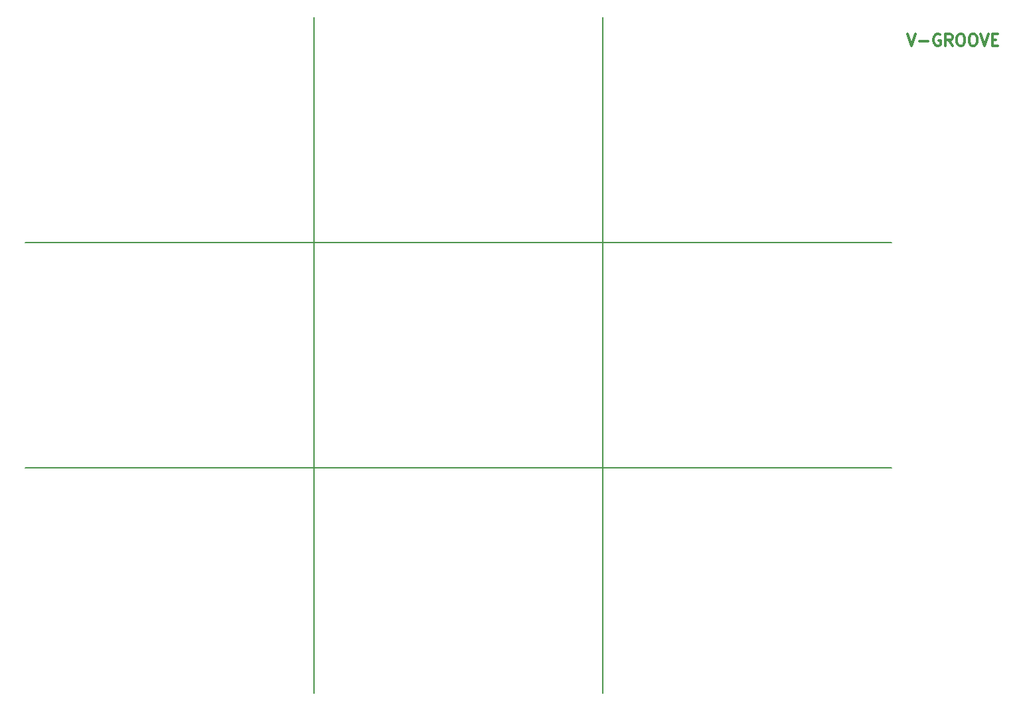
<source format=gbr>
G04 #@! TF.FileFunction,Drawing*
%FSLAX46Y46*%
G04 Gerber Fmt 4.6, Leading zero omitted, Abs format (unit mm)*
G04 Created by KiCad (PCBNEW 4.0.5+dfsg1-4) date Fri May 29 23:18:49 2020*
%MOMM*%
%LPD*%
G01*
G04 APERTURE LIST*
%ADD10C,0.100000*%
%ADD11C,0.300000*%
%ADD12C,0.200000*%
G04 APERTURE END LIST*
D10*
D11*
X214142571Y-62297571D02*
X214642571Y-63797571D01*
X215142571Y-62297571D01*
X215642571Y-63226143D02*
X216785428Y-63226143D01*
X218285428Y-62369000D02*
X218142571Y-62297571D01*
X217928285Y-62297571D01*
X217714000Y-62369000D01*
X217571142Y-62511857D01*
X217499714Y-62654714D01*
X217428285Y-62940429D01*
X217428285Y-63154714D01*
X217499714Y-63440429D01*
X217571142Y-63583286D01*
X217714000Y-63726143D01*
X217928285Y-63797571D01*
X218071142Y-63797571D01*
X218285428Y-63726143D01*
X218356857Y-63654714D01*
X218356857Y-63154714D01*
X218071142Y-63154714D01*
X219856857Y-63797571D02*
X219356857Y-63083286D01*
X218999714Y-63797571D02*
X218999714Y-62297571D01*
X219571142Y-62297571D01*
X219714000Y-62369000D01*
X219785428Y-62440429D01*
X219856857Y-62583286D01*
X219856857Y-62797571D01*
X219785428Y-62940429D01*
X219714000Y-63011857D01*
X219571142Y-63083286D01*
X218999714Y-63083286D01*
X220785428Y-62297571D02*
X221071142Y-62297571D01*
X221214000Y-62369000D01*
X221356857Y-62511857D01*
X221428285Y-62797571D01*
X221428285Y-63297571D01*
X221356857Y-63583286D01*
X221214000Y-63726143D01*
X221071142Y-63797571D01*
X220785428Y-63797571D01*
X220642571Y-63726143D01*
X220499714Y-63583286D01*
X220428285Y-63297571D01*
X220428285Y-62797571D01*
X220499714Y-62511857D01*
X220642571Y-62369000D01*
X220785428Y-62297571D01*
X222356857Y-62297571D02*
X222642571Y-62297571D01*
X222785429Y-62369000D01*
X222928286Y-62511857D01*
X222999714Y-62797571D01*
X222999714Y-63297571D01*
X222928286Y-63583286D01*
X222785429Y-63726143D01*
X222642571Y-63797571D01*
X222356857Y-63797571D01*
X222214000Y-63726143D01*
X222071143Y-63583286D01*
X221999714Y-63297571D01*
X221999714Y-62797571D01*
X222071143Y-62511857D01*
X222214000Y-62369000D01*
X222356857Y-62297571D01*
X223428286Y-62297571D02*
X223928286Y-63797571D01*
X224428286Y-62297571D01*
X224928286Y-63011857D02*
X225428286Y-63011857D01*
X225642572Y-63797571D02*
X224928286Y-63797571D01*
X224928286Y-62297571D01*
X225642572Y-62297571D01*
D12*
X212090000Y-117602000D02*
X101600000Y-117602000D01*
X101600000Y-88900000D02*
X212090000Y-88900000D01*
X138430000Y-146304000D02*
X138430000Y-60198000D01*
X175260000Y-60198000D02*
X175260000Y-146304000D01*
M02*

</source>
